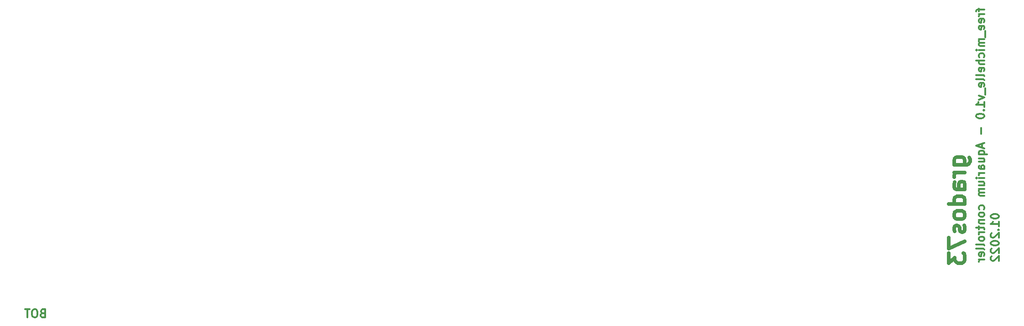
<source format=gbo>
G04 #@! TF.GenerationSoftware,KiCad,Pcbnew,(5.1.8)-1*
G04 #@! TF.CreationDate,2022-01-18T20:15:18+01:00*
G04 #@! TF.ProjectId,free_michelle_v1_0,66726565-5f6d-4696-9368-656c6c655f76,v1.0*
G04 #@! TF.SameCoordinates,Original*
G04 #@! TF.FileFunction,Legend,Bot*
G04 #@! TF.FilePolarity,Positive*
%FSLAX46Y46*%
G04 Gerber Fmt 4.6, Leading zero omitted, Abs format (unit mm)*
G04 Created by KiCad (PCBNEW (5.1.8)-1) date 2022-01-18 20:15:18*
%MOMM*%
%LPD*%
G01*
G04 APERTURE LIST*
%ADD10C,0.300000*%
%ADD11C,0.700000*%
%ADD12C,3.200000*%
%ADD13O,1.905000X2.000000*%
%ADD14R,1.905000X2.000000*%
%ADD15O,1.700000X1.700000*%
%ADD16R,1.700000X1.700000*%
%ADD17C,1.700000*%
%ADD18C,1.600000*%
%ADD19O,1.350000X1.350000*%
%ADD20R,1.350000X1.350000*%
%ADD21C,2.000000*%
%ADD22R,2.000000X2.000000*%
%ADD23R,1.600000X1.600000*%
%ADD24C,1.524000*%
%ADD25C,1.800000*%
%ADD26R,1.800000X1.800000*%
%ADD27O,2.200000X2.200000*%
%ADD28R,2.200000X2.200000*%
%ADD29O,1.980000X3.960000*%
%ADD30R,1.980000X3.960000*%
%ADD31O,3.960000X1.980000*%
%ADD32R,3.960000X1.980000*%
%ADD33R,3.500000X3.500000*%
%ADD34C,3.000000*%
%ADD35O,1.600000X1.600000*%
%ADD36R,3.000000X2.500000*%
%ADD37O,2.400000X1.600000*%
%ADD38R,2.400000X1.600000*%
%ADD39R,1.524000X1.524000*%
G04 APERTURE END LIST*
D10*
X203478571Y-108328571D02*
X203478571Y-108900000D01*
X204478571Y-108542857D02*
X203192857Y-108542857D01*
X203050000Y-108614285D01*
X202978571Y-108757142D01*
X202978571Y-108900000D01*
X204478571Y-109400000D02*
X203478571Y-109400000D01*
X203764285Y-109400000D02*
X203621428Y-109471428D01*
X203550000Y-109542857D01*
X203478571Y-109685714D01*
X203478571Y-109828571D01*
X204407142Y-110900000D02*
X204478571Y-110757142D01*
X204478571Y-110471428D01*
X204407142Y-110328571D01*
X204264285Y-110257142D01*
X203692857Y-110257142D01*
X203550000Y-110328571D01*
X203478571Y-110471428D01*
X203478571Y-110757142D01*
X203550000Y-110900000D01*
X203692857Y-110971428D01*
X203835714Y-110971428D01*
X203978571Y-110257142D01*
X204407142Y-112185714D02*
X204478571Y-112042857D01*
X204478571Y-111757142D01*
X204407142Y-111614285D01*
X204264285Y-111542857D01*
X203692857Y-111542857D01*
X203550000Y-111614285D01*
X203478571Y-111757142D01*
X203478571Y-112042857D01*
X203550000Y-112185714D01*
X203692857Y-112257142D01*
X203835714Y-112257142D01*
X203978571Y-111542857D01*
X204621428Y-112542857D02*
X204621428Y-113685714D01*
X204478571Y-114042857D02*
X203478571Y-114042857D01*
X203621428Y-114042857D02*
X203550000Y-114114285D01*
X203478571Y-114257142D01*
X203478571Y-114471428D01*
X203550000Y-114614285D01*
X203692857Y-114685714D01*
X204478571Y-114685714D01*
X203692857Y-114685714D02*
X203550000Y-114757142D01*
X203478571Y-114900000D01*
X203478571Y-115114285D01*
X203550000Y-115257142D01*
X203692857Y-115328571D01*
X204478571Y-115328571D01*
X204478571Y-116042857D02*
X203478571Y-116042857D01*
X202978571Y-116042857D02*
X203050000Y-115971428D01*
X203121428Y-116042857D01*
X203050000Y-116114285D01*
X202978571Y-116042857D01*
X203121428Y-116042857D01*
X204407142Y-117400000D02*
X204478571Y-117257142D01*
X204478571Y-116971428D01*
X204407142Y-116828571D01*
X204335714Y-116757142D01*
X204192857Y-116685714D01*
X203764285Y-116685714D01*
X203621428Y-116757142D01*
X203550000Y-116828571D01*
X203478571Y-116971428D01*
X203478571Y-117257142D01*
X203550000Y-117400000D01*
X204478571Y-118042857D02*
X202978571Y-118042857D01*
X204478571Y-118685714D02*
X203692857Y-118685714D01*
X203550000Y-118614285D01*
X203478571Y-118471428D01*
X203478571Y-118257142D01*
X203550000Y-118114285D01*
X203621428Y-118042857D01*
X204407142Y-119971428D02*
X204478571Y-119828571D01*
X204478571Y-119542857D01*
X204407142Y-119400000D01*
X204264285Y-119328571D01*
X203692857Y-119328571D01*
X203550000Y-119400000D01*
X203478571Y-119542857D01*
X203478571Y-119828571D01*
X203550000Y-119971428D01*
X203692857Y-120042857D01*
X203835714Y-120042857D01*
X203978571Y-119328571D01*
X204478571Y-120900000D02*
X204407142Y-120757142D01*
X204264285Y-120685714D01*
X202978571Y-120685714D01*
X204478571Y-121685714D02*
X204407142Y-121542857D01*
X204264285Y-121471428D01*
X202978571Y-121471428D01*
X204407142Y-122828571D02*
X204478571Y-122685714D01*
X204478571Y-122400000D01*
X204407142Y-122257142D01*
X204264285Y-122185714D01*
X203692857Y-122185714D01*
X203550000Y-122257142D01*
X203478571Y-122400000D01*
X203478571Y-122685714D01*
X203550000Y-122828571D01*
X203692857Y-122900000D01*
X203835714Y-122900000D01*
X203978571Y-122185714D01*
X204621428Y-123185714D02*
X204621428Y-124328571D01*
X203478571Y-124542857D02*
X204478571Y-124900000D01*
X203478571Y-125257142D01*
X204478571Y-126614285D02*
X204478571Y-125757142D01*
X204478571Y-126185714D02*
X202978571Y-126185714D01*
X203192857Y-126042857D01*
X203335714Y-125900000D01*
X203407142Y-125757142D01*
X204335714Y-127257142D02*
X204407142Y-127328571D01*
X204478571Y-127257142D01*
X204407142Y-127185714D01*
X204335714Y-127257142D01*
X204478571Y-127257142D01*
X202978571Y-128257142D02*
X202978571Y-128400000D01*
X203050000Y-128542857D01*
X203121428Y-128614285D01*
X203264285Y-128685714D01*
X203550000Y-128757142D01*
X203907142Y-128757142D01*
X204192857Y-128685714D01*
X204335714Y-128614285D01*
X204407142Y-128542857D01*
X204478571Y-128400000D01*
X204478571Y-128257142D01*
X204407142Y-128114285D01*
X204335714Y-128042857D01*
X204192857Y-127971428D01*
X203907142Y-127900000D01*
X203550000Y-127900000D01*
X203264285Y-127971428D01*
X203121428Y-128042857D01*
X203050000Y-128114285D01*
X202978571Y-128257142D01*
X203907142Y-130542857D02*
X203907142Y-131685714D01*
X204050000Y-133471428D02*
X204050000Y-134185714D01*
X204478571Y-133328571D02*
X202978571Y-133828571D01*
X204478571Y-134328571D01*
X203478571Y-135471428D02*
X204978571Y-135471428D01*
X204407142Y-135471428D02*
X204478571Y-135328571D01*
X204478571Y-135042857D01*
X204407142Y-134900000D01*
X204335714Y-134828571D01*
X204192857Y-134757142D01*
X203764285Y-134757142D01*
X203621428Y-134828571D01*
X203550000Y-134900000D01*
X203478571Y-135042857D01*
X203478571Y-135328571D01*
X203550000Y-135471428D01*
X203478571Y-136828571D02*
X204478571Y-136828571D01*
X203478571Y-136185714D02*
X204264285Y-136185714D01*
X204407142Y-136257142D01*
X204478571Y-136400000D01*
X204478571Y-136614285D01*
X204407142Y-136757142D01*
X204335714Y-136828571D01*
X204478571Y-138185714D02*
X203692857Y-138185714D01*
X203550000Y-138114285D01*
X203478571Y-137971428D01*
X203478571Y-137685714D01*
X203550000Y-137542857D01*
X204407142Y-138185714D02*
X204478571Y-138042857D01*
X204478571Y-137685714D01*
X204407142Y-137542857D01*
X204264285Y-137471428D01*
X204121428Y-137471428D01*
X203978571Y-137542857D01*
X203907142Y-137685714D01*
X203907142Y-138042857D01*
X203835714Y-138185714D01*
X204478571Y-138900000D02*
X203478571Y-138900000D01*
X203764285Y-138900000D02*
X203621428Y-138971428D01*
X203550000Y-139042857D01*
X203478571Y-139185714D01*
X203478571Y-139328571D01*
X204478571Y-139828571D02*
X203478571Y-139828571D01*
X202978571Y-139828571D02*
X203050000Y-139757142D01*
X203121428Y-139828571D01*
X203050000Y-139900000D01*
X202978571Y-139828571D01*
X203121428Y-139828571D01*
X203478571Y-141185714D02*
X204478571Y-141185714D01*
X203478571Y-140542857D02*
X204264285Y-140542857D01*
X204407142Y-140614285D01*
X204478571Y-140757142D01*
X204478571Y-140971428D01*
X204407142Y-141114285D01*
X204335714Y-141185714D01*
X204478571Y-141900000D02*
X203478571Y-141900000D01*
X203621428Y-141900000D02*
X203550000Y-141971428D01*
X203478571Y-142114285D01*
X203478571Y-142328571D01*
X203550000Y-142471428D01*
X203692857Y-142542857D01*
X204478571Y-142542857D01*
X203692857Y-142542857D02*
X203550000Y-142614285D01*
X203478571Y-142757142D01*
X203478571Y-142971428D01*
X203550000Y-143114285D01*
X203692857Y-143185714D01*
X204478571Y-143185714D01*
X204407142Y-145685714D02*
X204478571Y-145542857D01*
X204478571Y-145257142D01*
X204407142Y-145114285D01*
X204335714Y-145042857D01*
X204192857Y-144971428D01*
X203764285Y-144971428D01*
X203621428Y-145042857D01*
X203550000Y-145114285D01*
X203478571Y-145257142D01*
X203478571Y-145542857D01*
X203550000Y-145685714D01*
X204478571Y-146542857D02*
X204407142Y-146400000D01*
X204335714Y-146328571D01*
X204192857Y-146257142D01*
X203764285Y-146257142D01*
X203621428Y-146328571D01*
X203550000Y-146400000D01*
X203478571Y-146542857D01*
X203478571Y-146757142D01*
X203550000Y-146900000D01*
X203621428Y-146971428D01*
X203764285Y-147042857D01*
X204192857Y-147042857D01*
X204335714Y-146971428D01*
X204407142Y-146900000D01*
X204478571Y-146757142D01*
X204478571Y-146542857D01*
X203478571Y-147685714D02*
X204478571Y-147685714D01*
X203621428Y-147685714D02*
X203550000Y-147757142D01*
X203478571Y-147900000D01*
X203478571Y-148114285D01*
X203550000Y-148257142D01*
X203692857Y-148328571D01*
X204478571Y-148328571D01*
X203478571Y-148828571D02*
X203478571Y-149400000D01*
X202978571Y-149042857D02*
X204264285Y-149042857D01*
X204407142Y-149114285D01*
X204478571Y-149257142D01*
X204478571Y-149400000D01*
X204478571Y-149900000D02*
X203478571Y-149900000D01*
X203764285Y-149900000D02*
X203621428Y-149971428D01*
X203550000Y-150042857D01*
X203478571Y-150185714D01*
X203478571Y-150328571D01*
X204478571Y-151042857D02*
X204407142Y-150900000D01*
X204335714Y-150828571D01*
X204192857Y-150757142D01*
X203764285Y-150757142D01*
X203621428Y-150828571D01*
X203550000Y-150900000D01*
X203478571Y-151042857D01*
X203478571Y-151257142D01*
X203550000Y-151400000D01*
X203621428Y-151471428D01*
X203764285Y-151542857D01*
X204192857Y-151542857D01*
X204335714Y-151471428D01*
X204407142Y-151400000D01*
X204478571Y-151257142D01*
X204478571Y-151042857D01*
X204478571Y-152400000D02*
X204407142Y-152257142D01*
X204264285Y-152185714D01*
X202978571Y-152185714D01*
X204478571Y-153185714D02*
X204407142Y-153042857D01*
X204264285Y-152971428D01*
X202978571Y-152971428D01*
X204407142Y-154328571D02*
X204478571Y-154185714D01*
X204478571Y-153900000D01*
X204407142Y-153757142D01*
X204264285Y-153685714D01*
X203692857Y-153685714D01*
X203550000Y-153757142D01*
X203478571Y-153900000D01*
X203478571Y-154185714D01*
X203550000Y-154328571D01*
X203692857Y-154400000D01*
X203835714Y-154400000D01*
X203978571Y-153685714D01*
X204478571Y-155042857D02*
X203478571Y-155042857D01*
X203764285Y-155042857D02*
X203621428Y-155114285D01*
X203550000Y-155185714D01*
X203478571Y-155328571D01*
X203478571Y-155471428D01*
X205678571Y-146900000D02*
X205678571Y-147042857D01*
X205750000Y-147185714D01*
X205821428Y-147257142D01*
X205964285Y-147328571D01*
X206250000Y-147400000D01*
X206607142Y-147400000D01*
X206892857Y-147328571D01*
X207035714Y-147257142D01*
X207107142Y-147185714D01*
X207178571Y-147042857D01*
X207178571Y-146900000D01*
X207107142Y-146757142D01*
X207035714Y-146685714D01*
X206892857Y-146614285D01*
X206607142Y-146542857D01*
X206250000Y-146542857D01*
X205964285Y-146614285D01*
X205821428Y-146685714D01*
X205750000Y-146757142D01*
X205678571Y-146900000D01*
X207178571Y-148828571D02*
X207178571Y-147971428D01*
X207178571Y-148400000D02*
X205678571Y-148400000D01*
X205892857Y-148257142D01*
X206035714Y-148114285D01*
X206107142Y-147971428D01*
X207035714Y-149471428D02*
X207107142Y-149542857D01*
X207178571Y-149471428D01*
X207107142Y-149400000D01*
X207035714Y-149471428D01*
X207178571Y-149471428D01*
X205821428Y-150114285D02*
X205750000Y-150185714D01*
X205678571Y-150328571D01*
X205678571Y-150685714D01*
X205750000Y-150828571D01*
X205821428Y-150900000D01*
X205964285Y-150971428D01*
X206107142Y-150971428D01*
X206321428Y-150900000D01*
X207178571Y-150042857D01*
X207178571Y-150971428D01*
X205678571Y-151900000D02*
X205678571Y-152042857D01*
X205750000Y-152185714D01*
X205821428Y-152257142D01*
X205964285Y-152328571D01*
X206250000Y-152400000D01*
X206607142Y-152400000D01*
X206892857Y-152328571D01*
X207035714Y-152257142D01*
X207107142Y-152185714D01*
X207178571Y-152042857D01*
X207178571Y-151900000D01*
X207107142Y-151757142D01*
X207035714Y-151685714D01*
X206892857Y-151614285D01*
X206607142Y-151542857D01*
X206250000Y-151542857D01*
X205964285Y-151614285D01*
X205821428Y-151685714D01*
X205750000Y-151757142D01*
X205678571Y-151900000D01*
X205821428Y-152971428D02*
X205750000Y-153042857D01*
X205678571Y-153185714D01*
X205678571Y-153542857D01*
X205750000Y-153685714D01*
X205821428Y-153757142D01*
X205964285Y-153828571D01*
X206107142Y-153828571D01*
X206321428Y-153757142D01*
X207178571Y-152900000D01*
X207178571Y-153828571D01*
X205821428Y-154400000D02*
X205750000Y-154471428D01*
X205678571Y-154614285D01*
X205678571Y-154971428D01*
X205750000Y-155114285D01*
X205821428Y-155185714D01*
X205964285Y-155257142D01*
X206107142Y-155257142D01*
X206321428Y-155185714D01*
X207178571Y-154328571D01*
X207178571Y-155257142D01*
D11*
X198857142Y-137371428D02*
X201285714Y-137371428D01*
X201571428Y-137228571D01*
X201714285Y-137085714D01*
X201857142Y-136800000D01*
X201857142Y-136371428D01*
X201714285Y-136085714D01*
X200714285Y-137371428D02*
X200857142Y-137085714D01*
X200857142Y-136514285D01*
X200714285Y-136228571D01*
X200571428Y-136085714D01*
X200285714Y-135942857D01*
X199428571Y-135942857D01*
X199142857Y-136085714D01*
X199000000Y-136228571D01*
X198857142Y-136514285D01*
X198857142Y-137085714D01*
X199000000Y-137371428D01*
X200857142Y-138800000D02*
X198857142Y-138800000D01*
X199428571Y-138800000D02*
X199142857Y-138942857D01*
X199000000Y-139085714D01*
X198857142Y-139371428D01*
X198857142Y-139657142D01*
X200857142Y-141942857D02*
X199285714Y-141942857D01*
X199000000Y-141800000D01*
X198857142Y-141514285D01*
X198857142Y-140942857D01*
X199000000Y-140657142D01*
X200714285Y-141942857D02*
X200857142Y-141657142D01*
X200857142Y-140942857D01*
X200714285Y-140657142D01*
X200428571Y-140514285D01*
X200142857Y-140514285D01*
X199857142Y-140657142D01*
X199714285Y-140942857D01*
X199714285Y-141657142D01*
X199571428Y-141942857D01*
X200857142Y-144657142D02*
X197857142Y-144657142D01*
X200714285Y-144657142D02*
X200857142Y-144371428D01*
X200857142Y-143800000D01*
X200714285Y-143514285D01*
X200571428Y-143371428D01*
X200285714Y-143228571D01*
X199428571Y-143228571D01*
X199142857Y-143371428D01*
X199000000Y-143514285D01*
X198857142Y-143800000D01*
X198857142Y-144371428D01*
X199000000Y-144657142D01*
X200857142Y-146514285D02*
X200714285Y-146228571D01*
X200571428Y-146085714D01*
X200285714Y-145942857D01*
X199428571Y-145942857D01*
X199142857Y-146085714D01*
X199000000Y-146228571D01*
X198857142Y-146514285D01*
X198857142Y-146942857D01*
X199000000Y-147228571D01*
X199142857Y-147371428D01*
X199428571Y-147514285D01*
X200285714Y-147514285D01*
X200571428Y-147371428D01*
X200714285Y-147228571D01*
X200857142Y-146942857D01*
X200857142Y-146514285D01*
X200714285Y-148657142D02*
X200857142Y-148942857D01*
X200857142Y-149514285D01*
X200714285Y-149800000D01*
X200428571Y-149942857D01*
X200285714Y-149942857D01*
X200000000Y-149800000D01*
X199857142Y-149514285D01*
X199857142Y-149085714D01*
X199714285Y-148800000D01*
X199428571Y-148657142D01*
X199285714Y-148657142D01*
X199000000Y-148800000D01*
X198857142Y-149085714D01*
X198857142Y-149514285D01*
X199000000Y-149800000D01*
X197857142Y-150942857D02*
X197857142Y-152942857D01*
X200857142Y-151657142D01*
X197857142Y-153800000D02*
X197857142Y-155657142D01*
X199000000Y-154657142D01*
X199000000Y-155085714D01*
X199142857Y-155371428D01*
X199285714Y-155514285D01*
X199571428Y-155657142D01*
X200285714Y-155657142D01*
X200571428Y-155514285D01*
X200714285Y-155371428D01*
X200857142Y-155085714D01*
X200857142Y-154228571D01*
X200714285Y-153942857D01*
X200571428Y-153800000D01*
D10*
X29650000Y-164992857D02*
X29435714Y-165064285D01*
X29364285Y-165135714D01*
X29292857Y-165278571D01*
X29292857Y-165492857D01*
X29364285Y-165635714D01*
X29435714Y-165707142D01*
X29578571Y-165778571D01*
X30150000Y-165778571D01*
X30150000Y-164278571D01*
X29650000Y-164278571D01*
X29507142Y-164350000D01*
X29435714Y-164421428D01*
X29364285Y-164564285D01*
X29364285Y-164707142D01*
X29435714Y-164850000D01*
X29507142Y-164921428D01*
X29650000Y-164992857D01*
X30150000Y-164992857D01*
X28364285Y-164278571D02*
X28078571Y-164278571D01*
X27935714Y-164350000D01*
X27792857Y-164492857D01*
X27721428Y-164778571D01*
X27721428Y-165278571D01*
X27792857Y-165564285D01*
X27935714Y-165707142D01*
X28078571Y-165778571D01*
X28364285Y-165778571D01*
X28507142Y-165707142D01*
X28650000Y-165564285D01*
X28721428Y-165278571D01*
X28721428Y-164778571D01*
X28650000Y-164492857D01*
X28507142Y-164350000D01*
X28364285Y-164278571D01*
X27292857Y-164278571D02*
X26435714Y-164278571D01*
X26864285Y-165778571D02*
X26864285Y-164278571D01*
%LPC*%
D12*
X189420000Y-52760000D03*
X43660000Y-52760000D03*
X34540000Y-163020000D03*
X201060000Y-163020000D03*
D13*
X62550000Y-84590000D03*
X65090000Y-84590000D03*
D14*
X67630000Y-84590000D03*
D13*
X62420000Y-62540000D03*
X64960000Y-62540000D03*
D14*
X67500000Y-62540000D03*
D15*
X179000000Y-69100000D03*
X176460000Y-69100000D03*
X173920000Y-69100000D03*
X171380000Y-69100000D03*
X168840000Y-69100000D03*
D16*
X166300000Y-69100000D03*
D17*
X50310000Y-147950000D03*
X52850000Y-147950000D03*
X55390000Y-147950000D03*
X57930000Y-147950000D03*
X61740000Y-103500000D03*
D16*
X46500000Y-103500000D03*
D17*
X61740000Y-106040000D03*
X46500000Y-106040000D03*
X61740000Y-108580000D03*
X46500000Y-108580000D03*
X61740000Y-111120000D03*
X46500000Y-111120000D03*
X61740000Y-113660000D03*
X46500000Y-113660000D03*
X61740000Y-116200000D03*
X46500000Y-116200000D03*
X61740000Y-118740000D03*
X46500000Y-118740000D03*
X61740000Y-121280000D03*
X46500000Y-121280000D03*
X61740000Y-123820000D03*
X46500000Y-123820000D03*
X61740000Y-126360000D03*
X46500000Y-126360000D03*
X61740000Y-128900000D03*
X46500000Y-128900000D03*
X61740000Y-131440000D03*
X46500000Y-131440000D03*
X61740000Y-133980000D03*
X46500000Y-133980000D03*
X61740000Y-136520000D03*
X46500000Y-136520000D03*
X61740000Y-139060000D03*
X46500000Y-139060000D03*
X61740000Y-141600000D03*
X46500000Y-141600000D03*
X61740000Y-144140000D03*
X46500000Y-144140000D03*
X61740000Y-146680000D03*
X46500000Y-146680000D03*
X61740000Y-149220000D03*
X46500000Y-149220000D03*
X61740000Y-151760000D03*
X46500000Y-151760000D03*
D18*
X38890000Y-78360000D03*
X38890000Y-75860000D03*
X38890000Y-88100000D03*
X38890000Y-85600000D03*
D19*
X199000000Y-69900000D03*
X199000000Y-67900000D03*
X199000000Y-65900000D03*
D20*
X199000000Y-63900000D03*
D19*
X199000000Y-83400000D03*
X199000000Y-81400000D03*
X199000000Y-79400000D03*
D20*
X199000000Y-77400000D03*
D21*
X142400000Y-86400000D03*
D22*
X142400000Y-94000000D03*
D18*
X81540000Y-146800000D03*
X84040000Y-146800000D03*
X55000000Y-64510000D03*
D23*
X55000000Y-62010000D03*
D18*
X58100000Y-67700000D03*
X63100000Y-67700000D03*
X55000000Y-75920000D03*
D23*
X55000000Y-73420000D03*
D18*
X71900000Y-67700000D03*
X66900000Y-67700000D03*
X58300000Y-79600000D03*
X63300000Y-79600000D03*
X55000000Y-86760000D03*
D23*
X55000000Y-84260000D03*
D18*
X58400000Y-90000000D03*
X63400000Y-90000000D03*
X71900000Y-79600000D03*
X66900000Y-79600000D03*
X71700000Y-90000000D03*
X66700000Y-90000000D03*
D24*
X117200000Y-88900000D03*
X97200000Y-88910000D03*
X83800000Y-97580000D03*
X83800000Y-95040000D03*
X83800000Y-92500000D03*
X83800000Y-89960000D03*
X83800000Y-87420000D03*
X83800000Y-84880000D03*
X83800000Y-82340000D03*
X83800000Y-79800000D03*
X83800000Y-77260000D03*
X83800000Y-74720000D03*
X83800000Y-72180000D03*
X83800000Y-69640000D03*
X83800000Y-67100000D03*
X83800000Y-64560000D03*
D25*
X167940000Y-91600000D03*
D26*
X165400000Y-91600000D03*
D27*
X129740000Y-52400000D03*
D28*
X139900000Y-52400000D03*
D27*
X27740000Y-52200000D03*
D28*
X37900000Y-52200000D03*
D27*
X151340000Y-52400000D03*
D28*
X161500000Y-52400000D03*
D27*
X49340000Y-52200000D03*
D28*
X59500000Y-52200000D03*
D27*
X173340000Y-52600000D03*
D28*
X183500000Y-52600000D03*
D27*
X71340000Y-52200000D03*
D28*
X81500000Y-52200000D03*
D27*
X195340000Y-52600000D03*
D28*
X205500000Y-52600000D03*
D27*
X93940000Y-52200000D03*
D28*
X104100000Y-52200000D03*
D25*
X43160000Y-76800000D03*
D26*
X45700000Y-76800000D03*
D25*
X43160000Y-86500000D03*
D26*
X45700000Y-86500000D03*
D17*
X178610000Y-147750000D03*
X181150000Y-147750000D03*
X183690000Y-147750000D03*
X186230000Y-147750000D03*
X190040000Y-103300000D03*
D16*
X174800000Y-103300000D03*
D17*
X190040000Y-105840000D03*
X174800000Y-105840000D03*
X190040000Y-108380000D03*
X174800000Y-108380000D03*
X190040000Y-110920000D03*
X174800000Y-110920000D03*
X190040000Y-113460000D03*
X174800000Y-113460000D03*
X190040000Y-116000000D03*
X174800000Y-116000000D03*
X190040000Y-118540000D03*
X174800000Y-118540000D03*
X190040000Y-121080000D03*
X174800000Y-121080000D03*
X190040000Y-123620000D03*
X174800000Y-123620000D03*
X190040000Y-126160000D03*
X174800000Y-126160000D03*
X190040000Y-128700000D03*
X174800000Y-128700000D03*
X190040000Y-131240000D03*
X174800000Y-131240000D03*
X190040000Y-133780000D03*
X174800000Y-133780000D03*
X190040000Y-136320000D03*
X174800000Y-136320000D03*
X190040000Y-138860000D03*
X174800000Y-138860000D03*
X190040000Y-141400000D03*
X174800000Y-141400000D03*
X190040000Y-143940000D03*
X174800000Y-143940000D03*
X190040000Y-146480000D03*
X174800000Y-146480000D03*
X190040000Y-149020000D03*
X174800000Y-149020000D03*
X190040000Y-151560000D03*
X174800000Y-151560000D03*
D15*
X159340000Y-150800000D03*
D16*
X156800000Y-150800000D03*
D15*
X156760000Y-147300000D03*
D16*
X159300000Y-147300000D03*
D19*
X51000000Y-156800000D03*
X53000000Y-156800000D03*
X55000000Y-156800000D03*
D20*
X57000000Y-156800000D03*
D29*
X139500000Y-22200000D03*
X134500000Y-22200000D03*
D30*
X129500000Y-22200000D03*
D29*
X37960000Y-22200000D03*
X32960000Y-22200000D03*
D30*
X27960000Y-22200000D03*
D29*
X161500000Y-22200000D03*
X156500000Y-22200000D03*
D30*
X151500000Y-22200000D03*
D29*
X59806666Y-22200000D03*
X54806666Y-22200000D03*
D30*
X49806666Y-22200000D03*
D19*
X179300000Y-156800000D03*
X181300000Y-156800000D03*
X183300000Y-156800000D03*
D20*
X185300000Y-156800000D03*
D19*
X199000000Y-96900000D03*
X199000000Y-94900000D03*
X199000000Y-92900000D03*
D20*
X199000000Y-90900000D03*
D29*
X183500000Y-22200000D03*
X178500000Y-22200000D03*
D30*
X173500000Y-22200000D03*
D29*
X81653332Y-22200000D03*
X76653332Y-22200000D03*
D30*
X71653332Y-22200000D03*
D15*
X176100000Y-92840000D03*
D16*
X176100000Y-90300000D03*
D29*
X205500000Y-22200000D03*
X200500000Y-22200000D03*
D30*
X195500000Y-22200000D03*
D29*
X103500000Y-22200000D03*
X98500000Y-22200000D03*
D30*
X93500000Y-22200000D03*
D31*
X31600000Y-97700000D03*
D32*
X31600000Y-102700000D03*
G36*
G01*
X34380000Y-70075000D02*
X34380000Y-68325000D01*
G75*
G02*
X35255000Y-67450000I875000J0D01*
G01*
X37005000Y-67450000D01*
G75*
G02*
X37880000Y-68325000I0J-875000D01*
G01*
X37880000Y-70075000D01*
G75*
G02*
X37005000Y-70950000I-875000J0D01*
G01*
X35255000Y-70950000D01*
G75*
G02*
X34380000Y-70075000I0J875000D01*
G01*
G37*
G36*
G01*
X31630000Y-65500000D02*
X31630000Y-63500000D01*
G75*
G02*
X32380000Y-62750000I750000J0D01*
G01*
X33880000Y-62750000D01*
G75*
G02*
X34630000Y-63500000I0J-750000D01*
G01*
X34630000Y-65500000D01*
G75*
G02*
X33880000Y-66250000I-750000J0D01*
G01*
X32380000Y-66250000D01*
G75*
G02*
X31630000Y-65500000I0J750000D01*
G01*
G37*
D33*
X39130000Y-64500000D03*
D34*
X134500000Y-47800000D03*
X128500000Y-45800000D03*
X128500000Y-33600000D03*
X140500000Y-33600000D03*
X140500000Y-45800000D03*
X32980000Y-47600000D03*
X26980000Y-45600000D03*
X26980000Y-33400000D03*
X38980000Y-33400000D03*
X38980000Y-45600000D03*
X156500000Y-47800000D03*
X150500000Y-45800000D03*
X150500000Y-33600000D03*
X162500000Y-33600000D03*
X162500000Y-45800000D03*
X54820000Y-47800000D03*
X48820000Y-45800000D03*
X48820000Y-33600000D03*
X60820000Y-33600000D03*
X60820000Y-45800000D03*
X178500000Y-47800000D03*
X172500000Y-45800000D03*
X172500000Y-33600000D03*
X184500000Y-33600000D03*
X184500000Y-45800000D03*
X76660000Y-47800000D03*
X70660000Y-45800000D03*
X70660000Y-33600000D03*
X82660000Y-33600000D03*
X82660000Y-45800000D03*
X200500000Y-47800000D03*
X194500000Y-45800000D03*
X194500000Y-33600000D03*
X206500000Y-33600000D03*
X206500000Y-45800000D03*
X98500000Y-47800000D03*
X92500000Y-45800000D03*
X92500000Y-33600000D03*
X104500000Y-33600000D03*
X104500000Y-45800000D03*
D35*
X156820000Y-94020000D03*
D18*
X156820000Y-86400000D03*
D35*
X49500000Y-80520000D03*
D18*
X49500000Y-72900000D03*
D35*
X49500000Y-90820000D03*
D18*
X49500000Y-83200000D03*
D22*
X165600000Y-76700000D03*
D21*
X165600000Y-79200000D03*
X165600000Y-81700000D03*
D36*
X173100000Y-73600000D03*
X173100000Y-84800000D03*
D24*
X35300000Y-79900000D03*
X35300000Y-73900000D03*
X32800000Y-79900000D03*
X32800000Y-73900000D03*
X30200000Y-79900000D03*
X30200000Y-73900000D03*
X35300000Y-89700000D03*
X35300000Y-83700000D03*
X32800000Y-89700000D03*
X32800000Y-83700000D03*
X30200000Y-89700000D03*
X30200000Y-83700000D03*
D37*
X98120000Y-128900000D03*
X90500000Y-136520000D03*
X98120000Y-131440000D03*
X90500000Y-133980000D03*
X98120000Y-133980000D03*
X90500000Y-131440000D03*
X98120000Y-136520000D03*
D38*
X90500000Y-128900000D03*
D24*
X149280000Y-158205000D03*
X149280000Y-155665000D03*
X149280000Y-153125000D03*
X149280000Y-150585000D03*
X149280000Y-148045000D03*
X149280000Y-145505000D03*
X149280000Y-142965000D03*
X149280000Y-140425000D03*
X149280000Y-137885000D03*
X149280000Y-135345000D03*
X149280000Y-132805000D03*
X149280000Y-130265000D03*
X149280000Y-127725000D03*
X149280000Y-125185000D03*
X149280000Y-122645000D03*
X126620000Y-158205000D03*
X126620000Y-155665000D03*
X126620000Y-153125000D03*
X126620000Y-150585000D03*
X126620000Y-148045000D03*
X126620000Y-145505000D03*
X126620000Y-142965000D03*
X126620000Y-140425000D03*
X126620000Y-137885000D03*
X126620000Y-135345000D03*
X126620000Y-132805000D03*
X126620000Y-130265000D03*
X126620000Y-127725000D03*
X126620000Y-125185000D03*
X126620000Y-122645000D03*
X83940000Y-158620000D03*
X81400000Y-158620000D03*
X83940000Y-156080000D03*
X81400000Y-156080000D03*
X83940000Y-153540000D03*
X81400000Y-153540000D03*
X83940000Y-151000000D03*
D39*
X81400000Y-151000000D03*
D13*
X67680000Y-76500000D03*
X65140000Y-76500000D03*
D14*
X62600000Y-76500000D03*
M02*

</source>
